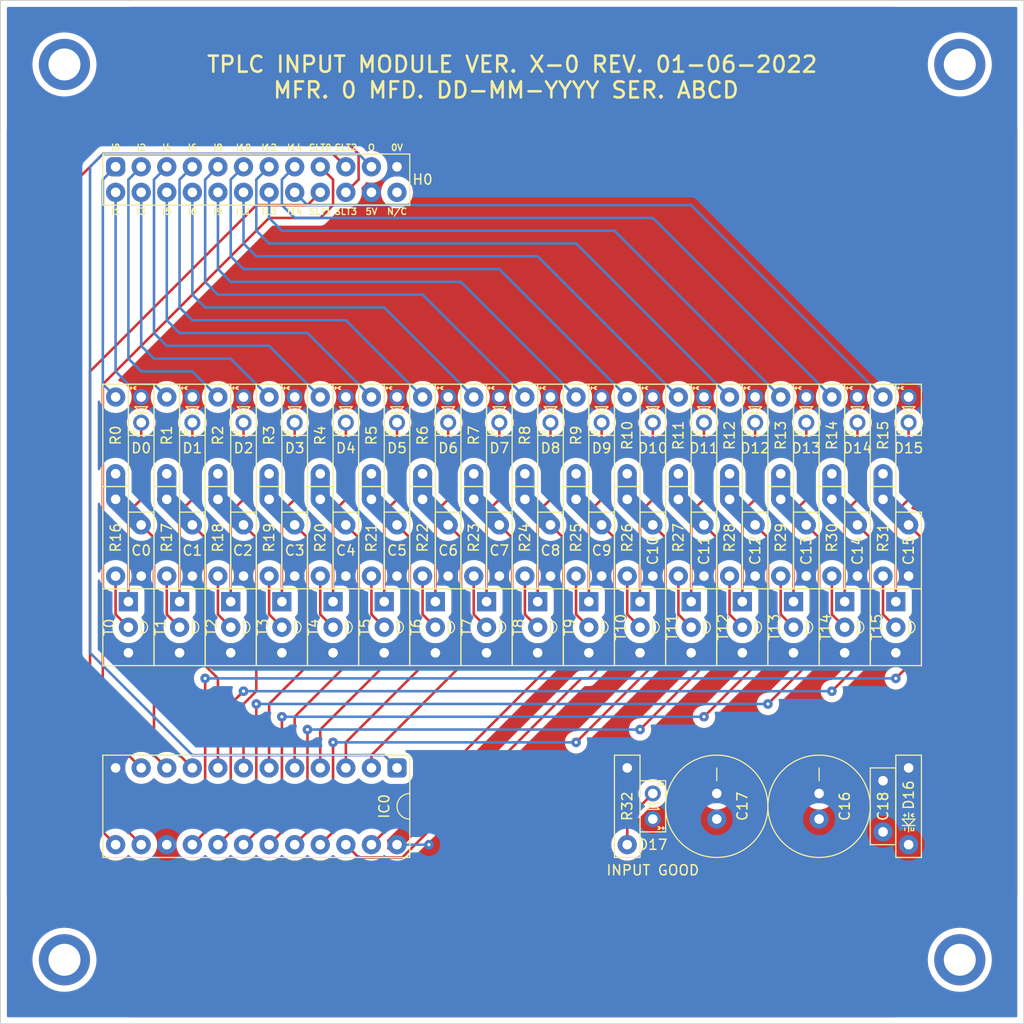
<source format=kicad_pcb>
(kicad_pcb (version 20211014) (generator pcbnew)
  (layers (0 "F.Cu" signal) (31 "B.Cu" signal) (34 "B.Paste" user) (35 "F.Paste" user) (36 "B.SilkS" user "B.Silkscreen") (37 "F.SilkS" user "F.Silkscreen") (38 "B.Mask" user) (39 "F.Mask" user) (44 "Edge.Cuts" user))
  (net 0 "")
  (net 1 "Y0")
  (net 2 "0V")
  (net 3 "Y1")
  (net 4 "Y2")
  (net 5 "Y3")
  (net 6 "Y4")
  (net 7 "Y5")
  (net 8 "Y6")
  (net 9 "Y7")
  (net 10 "Y8")
  (net 11 "Y9")
  (net 12 "Y10")
  (net 13 "Y11")
  (net 14 "Y12")
  (net 15 "Y13")
  (net 16 "Y14")
  (net 17 "Y15")
  (net 18 "5V")
  (net 19 "Net-(D0-Pad1)")
  (net 20 "Net-(D1-Pad1)")
  (net 21 "Net-(D2-Pad1)")
  (net 22 "Net-(D3-Pad1)")
  (net 23 "Net-(D4-Pad1)")
  (net 24 "Net-(D5-Pad1)")
  (net 25 "Net-(D6-Pad1)")
  (net 26 "Net-(D7-Pad1)")
  (net 27 "Net-(D8-Pad1)")
  (net 28 "Net-(D9-Pad1)")
  (net 29 "Net-(D10-Pad1)")
  (net 30 "Net-(D11-Pad1)")
  (net 31 "Net-(D12-Pad1)")
  (net 32 "Net-(D13-Pad1)")
  (net 33 "Net-(D14-Pad1)")
  (net 34 "Net-(D15-Pad1)")
  (net 35 "Net-(D17-Pad1)")
  (net 36 "I0")
  (net 37 "I1")
  (net 38 "I2")
  (net 39 "I3")
  (net 40 "I4")
  (net 41 "I5")
  (net 42 "I6")
  (net 43 "I7")
  (net 44 "I8")
  (net 45 "I9")
  (net 46 "I10")
  (net 47 "I11")
  (net 48 "I12")
  (net 49 "I13")
  (net 50 "I14")
  (net 51 "I15")
  (net 52 "SLT0")
  (net 53 "SLT1")
  (net 54 "SLT2")
  (net 55 "SLT3")
  (net 56 "O")
  (net 58 "Net-(R16-Pad1)")
  (net 59 "Net-(R17-Pad1)")
  (net 60 "Net-(R18-Pad1)")
  (net 61 "Net-(R19-Pad1)")
  (net 62 "Net-(R20-Pad1)")
  (net 63 "Net-(R21-Pad1)")
  (net 64 "Net-(R22-Pad1)")
  (net 65 "Net-(R23-Pad1)")
  (net 66 "Net-(R24-Pad1)")
  (net 67 "Net-(R25-Pad1)")
  (net 68 "Net-(R26-Pad1)")
  (net 69 "Net-(R27-Pad1)")
  (net 70 "Net-(R28-Pad1)")
  (net 71 "Net-(R29-Pad1)")
  (net 72 "Net-(R30-Pad1)")
  (net 73 "Net-(R31-Pad1)")
  (footprint "MW:R_L.4in_W.1in_P.3in" (layer "F.Cu") (at 57.15 95.25 90)
    (fp_text reference "R20")
    (fp_text value "4.3MO")
  )
  (footprint "MW:C_L.3in_W.1in_P.2in" (layer "F.Cu") (at 59.69 90.17 -90)
    (fp_text reference "C4")
    (fp_text value "100nF")
  )
  (footprint "MW:D_L.4in_W.1in_P.3in" (layer "F.Cu") (at 115.57 121.92 90)
    (fp_text reference "D16")
    (fp_text value "1N4007")
  )
  (footprint "MW:R_L.4in_W.1in_P.3in" (layer "F.Cu") (at 62.23 77.47 -90)
    (fp_text reference "R5")
    (fp_text value "1KO")
  )
  (footprint "MW:R_L.4in_W.1in_P.3in" (layer "F.Cu") (at 87.63 121.92 90)
    (fp_text reference "R32")
    (fp_text value "4.7KO")
  )
  (footprint "MW:LED_L.2in_W.1in_P.1in" (layer "F.Cu") (at 90.17 116.84 -90)
    (fp_text reference "D17")
    (fp_text value "LED")
  )
  (footprint "MW:R_L.4in_W.1in_P.3in" (layer "F.Cu") (at 82.55 77.47 -90)
    (fp_text reference "R9")
    (fp_text value "1KO")
  )
  (footprint "MW:LED_L.2in_W.1in_P.1in" (layer "F.Cu") (at 59.69 80.01 90)
    (fp_text reference "D4")
    (fp_text value "LED")
  )
  (footprint "MW:LED_L.2in_W.1in_P.1in" (layer "F.Cu") (at 115.57 80.01 90)
    (fp_text reference "D15")
    (fp_text value "LED")
  )
  (footprint "MW:R_L.4in_W.1in_P.3in" (layer "F.Cu") (at 41.91 77.47 -90)
    (fp_text reference "R1")
    (fp_text value "1KO")
  )
  (footprint "MW:R_L.4in_W.1in_P.3in" (layer "F.Cu") (at 77.47 95.25 90)
    (fp_text reference "R24")
    (fp_text value "4.3MO")
  )
  (footprint "MW:TO-92L_Inline_Wide" (layer "F.Cu") (at 78.74 97.79 -90)
    (fp_text reference "T8")
    (fp_text value "BC517")
  )
  (footprint "MW:LED_L.2in_W.1in_P.1in" (layer "F.Cu") (at 90.17 80.01 90)
    (fp_text reference "D10")
    (fp_text value "LED")
  )
  (footprint "MW:C_L.3in_W.1in_P.2in" (layer "F.Cu") (at 49.53 90.17 -90)
    (fp_text reference "C2")
    (fp_text value "100nF")
  )
  (footprint "MW:R_L.4in_W.1in_P.3in" (layer "F.Cu") (at 82.55 95.25 90)
    (fp_text reference "R25")
    (fp_text value "4.3MO")
  )
  (footprint "MW:C_L.3in_W.1in_P.2in" (layer "F.Cu") (at 64.77 90.17 -90)
    (fp_text reference "C5")
    (fp_text value "100nF")
  )
  (footprint "MW:C_L.3in_W.1in_P.2in" (layer "F.Cu") (at 95.25 90.17 -90)
    (fp_text reference "C11")
    (fp_text value "100nF")
  )
  (footprint "MW:C_L.3in_W.1in_P.2in" (layer "F.Cu") (at 105.41 90.17 -90)
    (fp_text reference "C13")
    (fp_text value "100nF")
  )
  (footprint "MW:R_L.4in_W.1in_P.3in" (layer "F.Cu") (at 52.07 77.47 -90)
    (fp_text reference "R3")
    (fp_text value "1KO")
  )
  (footprint "MW:TO-92L_Inline_Wide" (layer "F.Cu") (at 38.1 97.79 -90)
    (fp_text reference "T0")
    (fp_text value "BC517")
  )
  (footprint "MW:R_L.4in_W.1in_P.3in" (layer "F.Cu") (at 113.03 77.47 -90)
    (fp_text reference "R15")
    (fp_text value "1KO")
  )
  (footprint "MW:LED_L.2in_W.1in_P.1in" (layer "F.Cu") (at 69.85 80.01 90)
    (fp_text reference "D6")
    (fp_text value "LED")
  )
  (footprint "MW:R_L.4in_W.1in_P.3in" (layer "F.Cu") (at 62.23 95.25 90)
    (fp_text reference "R21")
    (fp_text value "4.3MO")
  )
  (footprint "MW:R_L.4in_W.1in_P.3in" (layer "F.Cu") (at 57.15 77.47 -90)
    (fp_text reference "R4")
    (fp_text value "1KO")
  )
  (footprint "MW:TO-92L_Inline_Wide" (layer "F.Cu") (at 68.58 97.79 -90)
    (fp_text reference "T6")
    (fp_text value "BC517")
  )
  (footprint "MW:TO-92L_Inline_Wide" (layer "F.Cu") (at 99.06 97.79 -90)
    (fp_text reference "T12")
    (fp_text value "BC517")
  )
  (footprint "MW:LED_L.2in_W.1in_P.1in" (layer "F.Cu") (at 64.77 80.01 90)
    (fp_text reference "D5")
    (fp_text value "LED")
  )
  (footprint "MW:TO-92L_Inline_Wide" (layer "F.Cu") (at 43.18 97.79 -90)
    (fp_text reference "T1")
    (fp_text value "BC517")
  )
  (footprint "MW:R_L.4in_W.1in_P.3in" (layer "F.Cu") (at 67.31 95.25 90)
    (fp_text reference "R22")
    (fp_text value "4.3MO")
  )
  (footprint "MW:C_L.3in_W.1in_P.2in" (layer "F.Cu") (at 69.85 90.17 -90)
    (fp_text reference "C6")
    (fp_text value "100nF")
  )
  (footprint "MW:TO-92L_Inline_Wide" (layer "F.Cu") (at 88.9 97.79 -90)
    (fp_text reference "T10")
    (fp_text value "BC517")
  )
  (footprint "MW:R_L.4in_W.1in_P.3in" (layer "F.Cu") (at 46.99 95.25 90)
    (fp_text reference "R18")
    (fp_text value "4.3MO")
  )
  (footprint "MW:LED_L.2in_W.1in_P.1in" (layer "F.Cu") (at 54.61 80.01 90)
    (fp_text reference "D3")
    (fp_text value "LED")
  )
  (footprint "MW:C_L.3in_W.1in_P.2in" (layer "F.Cu") (at 113.03 120.65 90)
    (fp_text reference "C18")
    (fp_text value "1uF")
  )
  (footprint "MW:TO-92L_Inline_Wide" (layer "F.Cu") (at 63.5 97.79 -90)
    (fp_text reference "T5")
    (fp_text value "BC517")
  )
  (footprint "MW:R_L.4in_W.1in_P.3in" (layer "F.Cu") (at 36.83 77.47 -90)
    (fp_text reference "R0")
    (fp_text value "1KO")
  )
  (footprint "MW:C_Radial_D.4in_P.1in" (layer "F.Cu") (at 106.68 119.38 90)
    (fp_text reference "C16")
    (fp_text value "470uF")
  )
  (footprint "MW:R_L.4in_W.1in_P.3in" (layer "F.Cu") (at 113.03 95.25 90)
    (fp_text reference "R31")
    (fp_text value "4.3MO")
  )
  (footprint "MW:R_L.4in_W.1in_P.3in" (layer "F.Cu") (at 107.95 77.47 -90)
    (fp_text reference "R14")
    (fp_text value "1KO")
  )
  (footprint "MW:LED_L.2in_W.1in_P.1in" (layer "F.Cu") (at 44.45 80.01 90)
    (fp_text reference "D1")
    (fp_text value "LED")
  )
  (footprint "MW:LED_L.2in_W.1in_P.1in" (layer "F.Cu") (at 74.93 80.01 90)
    (fp_text reference "D7")
    (fp_text value "LED")
  )
  (footprint "MW:R_L.4in_W.1in_P.3in" (layer "F.Cu") (at 102.87 95.25 90)
    (fp_text reference "R29")
    (fp_text value "4.3MO")
  )
  (footprint "MW:TO-92L_Inline_Wide" (layer "F.Cu") (at 58.42 97.79 -90)
    (fp_text reference "T4")
    (fp_text value "BC517")
  )
  (footprint "MW:TO-92L_Inline_Wide" (layer "F.Cu") (at 73.66 97.79 -90)
    (fp_text reference "T7")
    (fp_text value "BC517")
  )
  (footprint "MW:H_2x12_P.1in" (layer "F.Cu") (at 36.83 57.15 90)
    (fp_text reference "H0")
    (fp_text value ".1\" 2x12 PIN HEADER")
  )
  (footprint "MW:R_L.4in_W.1in_P.3in" (layer "F.Cu") (at 107.95 95.25 90)
    (fp_text reference "R30")
    (fp_text value "4.3MO")
  )
  (footprint "MW:C_L.3in_W.1in_P.2in" (layer "F.Cu") (at 115.57 90.17 -90)
    (fp_text reference "C15")
    (fp_text value "100nF")
  )
  (footprint "MW:R_L.4in_W.1in_P.3in" (layer "F.Cu") (at 41.91 95.25 90)
    (fp_text reference "R17")
    (fp_text value "4.3MO")
  )
  (footprint "MW:C_L.3in_W.1in_P.2in" (layer "F.Cu") (at 100.33 90.17 -90)
    (fp_text reference "C12")
    (fp_text value "100nF")
  )
  (footprint "MW:R_L.4in_W.1in_P.3in" (layer "F.Cu") (at 46.99 77.47 -90)
    (fp_text reference "R2")
    (fp_text value "1KO")
  )
  (footprint "MW:TO-92L_Inline_Wide" (layer "F.Cu") (at 104.14 97.79 -90)
    (fp_text reference "T13")
    (fp_text value "BC517")
  )
  (footprint "MW:LED_L.2in_W.1in_P.1in" (layer "F.Cu") (at 100.33 80.01 90)
    (fp_text reference "D12")
    (fp_text value "LED")
  )
  (footprint "MW:LED_L.2in_W.1in_P.1in" (layer "F.Cu") (at 105.41 80.01 90)
    (fp_text reference "D13")
    (fp_text value "LED")
  )
  (footprint "MW:TO-92L_Inline_Wide" (layer "F.Cu") (at 83.82 97.79 -90)
    (fp_text reference "T9")
    (fp_text value "BC517")
  )
  (footprint "MW:R_L.4in_W.1in_P.3in" (layer "F.Cu") (at 87.63 95.25 90)
    (fp_text reference "R26")
    (fp_text value "4.3MO")
  )
  (footprint "MW:TO-92L_Inline_Wide" (layer "F.Cu") (at 48.26 97.79 -90)
    (fp_text reference "T2")
    (fp_text value "BC517")
  )
  (footprint "MW:R_L.4in_W.1in_P.3in" (layer "F.Cu") (at 72.39 95.25 90)
    (fp_text reference "R23")
    (fp_text value "4.3MO")
  )
  (footprint "MW:TO-92L_Inline_Wide" (layer "F.Cu") (at 93.98 97.79 -90)
    (fp_text reference "T11")
    (fp_text value "BC517")
  )
  (footprint "MW:R_L.4in_W.1in_P.3in" (layer "F.Cu") (at 36.83 95.25 90)
    (fp_text reference "R16")
    (fp_text value "4.3MO")
  )
  (footprint "MW:C_L.3in_W.1in_P.2in" (layer "F.Cu") (at 110.49 90.17 -90)
    (fp_text reference "C14")
    (fp_text value "100nF")
  )
  (footprint "MW:LED_L.2in_W.1in_P.1in" (layer "F.Cu") (at 80.01 80.01 90)
    (fp_text reference "D8")
    (fp_text value "LED")
  )
  (footprint "MW:TO-92L_Inline_Wide" (layer "F.Cu") (at 53.34 97.79 -90)
    (fp_text reference "T3")
    (fp_text value "BC517")
  )
  (footprint "MW:LED_L.2in_W.1in_P.1in" (layer "F.Cu") (at 49.53 80.01 90)
    (fp_text reference "D2")
    (fp_text value "LED")
  )
  (footprint "MW:TO-92L_Inline_Wide" (layer "F.Cu") (at 114.3 97.79 -90)
    (fp_text reference "T15")
    (fp_text value "BC517")
  )
  (footprint "MW:C_Radial_D.4in_P.1in" (layer "F.Cu") (at 96.52 119.38 90)
    (fp_text reference "C17")
    (fp_text value "470uF")
  )
  (footprint "MW:TO-92L_Inline_Wide" (layer "F.Cu") (at 109.22 97.79 -90)
    (fp_text reference "T14")
    (fp_text value "BC517")
  )
  (footprint "MW:R_L.4in_W.1in_P.3in" (layer "F.Cu") (at 77.47 77.47 -90)
    (fp_text reference "R8")
    (fp_text value "1KO")
  )
  (footprint "MW:R_L.4in_W.1in_P.3in" (layer "F.Cu") (at 67.31 77.47 -90)
    (fp_text reference "R6")
    (fp_text value "1KO")
  )
  (footprint "MW:R_L.4in_W.1in_P.3in" (layer "F.Cu") (at 92.71 95.25 90)
    (fp_text reference "R27")
    (fp_text value "4.3MO")
  )
  (footprint "MW:R_L.4in_W.1in_P.3in" (layer "F.Cu") (at 97.79 77.47 -90)
    (fp_text reference "R12")
    (fp_text value "1KO")
  )
  (footprint "MW:C_L.3in_W.1in_P.2in" (layer "F.Cu") (at 74.93 90.17 -90)
    (fp_text reference "C7")
    (fp_text value "100nF")
  )
  (footprint "MW:C_L.3in_W.1in_P.2in" (layer "F.Cu") (at 39.37 90.17 -90)
    (fp_text reference "C0")
    (fp_text value "100nF")
  )
  (footprint "MW:C_L.3in_W.1in_P.2in" (layer "F.Cu") (at 44.45 90.17 -90)
    (fp_text reference "C1")
    (fp_text value "100nF")
  )
  (footprint "MW:C_L.3in_W.1in_P.2in" (layer "F.Cu") (at 90.17 90.17 -90)
    (fp_text reference "C10")
    (fp_text value "100nF")
  )
  (footprint "MW:DIP-24_W7.62mm_Short" (layer "F.Cu") (at 64.77 114.3 -90)
    (fp_text reference "IC0")
    (fp_text value "74HC4067")
  )
  (footprint "MW:C_L.3in_W.1in_P.2in" (layer "F.Cu") (at 80.01 90.17 -90)
    (fp_text reference "C8")
    (fp_text value "100nF")
  )
  (footprint "MW:R_L.4in_W.1in_P.3in" (layer "F.Cu") (at 52.07 95.25 90)
    (fp_text reference "R19")
    (fp_text value "4.3MO")
  )
  (footprint "MW:LED_L.2in_W.1in_P.1in" (layer "F.Cu") (at 110.49 80.01 90)
    (fp_text reference "D14")
    (fp_text value "LED")
  )
  (footprint "MW:R_L.4in_W.1in_P.3in" (layer "F.Cu") (at 102.87 77.47 -90)
    (fp_text reference "R13")
    (fp_text value "1KO")
  )
  (footprint "MW:C_L.3in_W.1in_P.2in" (layer "F.Cu") (at 54.61 90.17 -90)
    (fp_text reference "C3")
    (fp_text value "100nF")
  )
  (footprint "MW:R_L.4in_W.1in_P.3in" (layer "F.Cu") (at 97.79 95.25 90)
    (fp_text reference "R28")
    (fp_text value "4.3MO")
  )
  (footprint "MW:LED_L.2in_W.1in_P.1in" (layer "F.Cu") (at 85.09 80.01 90)
    (fp_text reference "D9")
    (fp_text value "LED")
  )
  (footprint "MW:C_L.3in_W.1in_P.2in" (layer "F.Cu") (at 85.09 90.17 -90)
    (fp_text reference "C9")
    (fp_text value "100nF")
  )
  (footprint "MW:R_L.4in_W.1in_P.3in" (layer "F.Cu") (at 92.71 77.47 -90)
    (fp_text reference "R11")
    (fp_text value "1KO")
  )
  (footprint "MW:LED_L.2in_W.1in_P.1in" (layer "F.Cu") (at 39.37 80.01 90)
    (fp_text reference "D0")
    (fp_text value "LED")
  )
  (footprint "MW:R_L.4in_W.1in_P.3in" (layer "F.Cu") (at 87.63 77.47 -90)
    (fp_text reference "R10")
    (fp_text value "1KO")
  )
  (footprint "MW:R_L.4in_W.1in_P.3in" (layer "F.Cu") (at 72.39 77.47 -90)
    (fp_text reference "R7")
    (fp_text value "1KO")
  )
  (footprint "MW:LED_L.2in_W.1in_P.1in" (layer "F.Cu") (at 95.25 80.01 90)
    (fp_text reference "D11")
    (fp_text value "LED")
  )
  (gr_line (start 127 139.7) (end 25.4 139.7) (layer "Edge.Cuts") (width 0.1))
  (gr_line (start 25.4 38.1) (end 127 38.1) (layer "Edge.Cuts") (width 0.1))
  (gr_line (start 25.4 139.7) (end 25.4 38.1) (layer "Edge.Cuts") (width 0.1))
  (gr_line (start 127 139.7) (end 127 38.1) (layer "Edge.Cuts") (width 0.1))
  (gr_text "I8" (at 46.99 52.705) (layer "F.SilkS") (effects (font (size 0.635 0.635) (thickness 0.127))))
  (gr_text "0V" (at 64.77 52.705) (layer "F.SilkS") (effects (font (size 0.635 0.635) (thickness 0.127))))
  (gr_text "INPUT GOOD" (at 90.17 124.46) (layer "F.SilkS") (effects (font (size 1 1))))
  (gr_text "5V" (at 62.23 59.055) (layer "F.SilkS") (effects (font (size 0.635 0.635) (thickness 0.127))))
  (gr_text "I12" (at 52.07 52.705) (layer "F.SilkS") (effects (font (size 0.635 0.635) (thickness 0.127))))
  (gr_text "SLT1" (at 57.15 59.055) (layer "F.SilkS") (effects (font (size 0.635 0.635) (thickness 0.127))))
  (gr_text "N/C" (at 64.77 59.055) (layer "F.SilkS") (effects (font (size 0.635 0.635) (thickness 0.127))))
  (gr_text "I6" (at 44.45 59.055) (layer "F.SilkS") (effects (font (size 0.635 0.635) (thickness 0.127))))
  (gr_text "I10" (at 49.53 52.705) (layer "F.SilkS") (effects (font (size 0.635 0.635) (thickness 0.127))))
  (gr_text "I0" (at 36.83 52.705) (layer "F.SilkS") (effects (font (size 0.635 0.635) (thickness 0.127))))
  (gr_text "SLT2" (at 59.69 52.705) (layer "F.SilkS") (effects (font (size 0.635 0.635) (thickness 0.127))))
  (gr_text "I6" (at 44.45 52.705) (layer "F.SilkS") (effects (font (size 0.635 0.635) (thickness 0.127))))
  (gr_text "TPLC INPUT MODULE VER. X-0 REV. 01-06-2022\nMFR. 0 MFD. DD-MM-YYYY SER. ABCD " (at 76.2 45.72) (layer "F.SilkS") (effects (font (size 1.5875 1.5875) (thickness 0.254))))
  (gr_text "O" (at 62.23 52.705) (layer "F.SilkS") (effects (font (size 0.635 0.635) (thickness 0.127))))
  (gr_text "I13" (at 52.07 59.055) (layer "F.SilkS") (effects (font (size 0.635 0.635) (thickness 0.127))))
  (gr_text "I14" (at 54.61 59.055) (layer "F.SilkS") (effects (font (size 0.635 0.635) (thickness 0.127))))
  (gr_text "I14" (at 54.61 52.705) (layer "F.SilkS") (effects (font (size 0.635 0.635) (thickness 0.127))))
  (gr_text "I2" (at 39.37 52.705) (layer "F.SilkS") (effects (font (size 0.635 0.635) (thickness 0.127))))
  (gr_text "I1" (at 36.83 59.055) (layer "F.SilkS") (effects (font (size 0.635 0.635) (thickness 0.127))))
  (gr_text "I4" (at 41.91 52.705) (layer "F.SilkS") (effects (font (size 0.635 0.635) (thickness 0.127))))
  (gr_text "SLT3" (at 59.69 59.055) (layer "F.SilkS") (effects (font (size 0.635 0.635) (thickness 0.127))))
  (gr_text "I9" (at 46.99 59.055) (layer "F.SilkS") (effects (font (size 0.635 0.635) (thickness 0.127))))
  (gr_text "I11" (at 49.53 59.055) (layer "F.SilkS") (effects (font (size 0.635 0.635) (thickness 0.127))))
  (gr_text "SLT0" (at 57.15 52.705) (layer "F.SilkS") (effects (font (size 0.635 0.635) (thickness 0.127))))
  (gr_text "I5" (at 41.91 59.055) (layer "F.SilkS") (effects (font (size 0.635 0.635) (thickness 0.127))))
  (gr_text "I3" (at 39.37 59.055) (layer "F.SilkS") (effects (font (size 0.635 0.635) (thickness 0.127))))
  (via (at 120.65 44.45) (size 5.08) (drill 3.175) (layers "F.Cu" "B.Cu") (net 0))
  (via (at 31.75 44.45) (size 5.08) (drill 3.175) (layers "F.Cu" "B.Cu") (net 0))
  (via (at 31.75 133.35) (size 5.08) (drill 3.175) (layers "F.Cu" "B.Cu") (net 0))
  (via (at 120.65 133.35) (size 5.08) (drill 3.175) (layers "F.Cu" "B.Cu") (net 0))
  (segment (start 40.64 110.49) (end 44.45 114.3) (width 0.254) (layer "F.Cu") (net 1))
  (segment (start 39.37 90.17) (end 40.64 91.44) (width 0.254) (layer "F.Cu") (net 1))
  (segment (start 40.64 91.44) (end 40.64 110.49) (width 0.254) (layer "F.Cu") (net 1))
  (segment (start 36.83 85.09) (end 36.83 87.63) (width 1.905) (layer "B.Cu") (net 1))
  (segment (start 36.83 87.63) (end 39.37 90.17) (width 1.905) (layer "B.Cu") (net 1))
  (segment (start 46.99 114.3) (end 46.99 105.41) (width 0.254) (layer "F.Cu") (net 3))
  (segment (start 45.72 104.14) (end 45.72 91.44) (width 0.254) (layer "F.Cu") (net 3))
  (segment (start 44.45 90.17) (end 45.72 91.44) (width 0.254) (layer "F.Cu") (net 3))
  (segment (start 46.99 105.41) (end 45.72 104.14) (width 0.254) (layer "F.Cu") (net 3))
  (segment (start 41.91 87.63) (end 44.45 90.17) (width 1.905) (layer "B.Cu") (net 3))
  (segment (start 41.91 85.09) (end 41.91 87.63) (width 1.905) (layer "B.Cu") (net 3))
  (segment (start 49.53 90.17) (end 50.8 91.44) (width 0.254) (layer "F.Cu") (net 4))
  (segment (start 50.8 91.44) (end 50.8 106.68) (width 0.254) (layer "F.Cu") (net 4))
  (segment (start 49.53 107.95) (end 49.53 114.3) (width 0.254) (layer "F.Cu") (net 4))
  (segment (start 50.8 106.68) (end 49.53 107.95) (width 0.254) (layer "F.Cu") (net 4))
  (segment (start 46.99 85.09) (end 46.99 87.63) (width 1.905) (layer "B.Cu") (net 4))
  (segment (start 46.99 87.63) (end 49.53 90.17) (width 1.905) (layer "B.Cu") (net 4))
  (segment (start 55.88 104.14) (end 55.88 91.44) (width 0.254) (layer "F.Cu") (net 5))
  (segment (start 52.07 107.95) (end 55.88 104.14) (width 0.254) (layer "F.Cu") (net 5))
  (segment (start 54.61 90.17) (end 55.88 91.44) (width 0.254) (layer "F.Cu") (net 5))
  (segment (start 52.07 114.3) (end 52.07 107.95) (width 0.254) (layer "F.Cu") (net 5))
  (segment (start 52.07 87.63) (end 54.61 90.17) (width 1.905) (layer "B.Cu") (net 5))
  (segment (start 52.07 85.09) (end 52.07 87.63) (width 1.905) (layer "B.Cu") (net 5))
  (segment (start 54.61 109.22) (end 60.96 102.87) (width 0.254) (layer "F.Cu") (net 6))
  (segment (start 54.61 114.3) (end 54.61 109.22) (width 0.254) (layer "F.Cu") (net 6))
  (segment (start 59.69 90.17) (end 60.96 91.44) (width 0.254) (layer "F.Cu") (net 6))
  (segment (start 60.96 102.87) (end 60.96 91.44) (width 0.254) (layer "F.Cu") (net 6))
  (segment (start 57.15 87.63) (end 59.69 90.17) (width 1.905) (layer "B.Cu") (net 6))
  (segment (start 57.15 85.09) (end 57.15 87.63) (width 1.905) (layer "B.Cu") (net 6))
  (segment (start 63.5 104.14) (end 64.77 104.14) (width 0.254) (layer "F.Cu") (net 7))
  (segment (start 57.15 114.3) (end 57.15 110.49) (width 0.254) (layer "F.Cu") (net 7))
  (segment (start 64.77 104.14) (end 66.04 102.87) (width 0.254) (layer "F.Cu") (net 7))
  (segment (start 57.15 110.49) (end 63.5 104.14) (width 0.254) (layer "F.Cu") (net 7))
  (segment (start 66.04 102.87) (end 66.04 91.44) (width 0.254) (layer "F.Cu") (net 7))
  (segment (start 64.77 90.17) (end 66.04 91.44) (width 0.254) (layer "F.Cu") (net 7))
  (segment (start 62.23 87.63) (end 64.77 90.17) (width 1.905) (layer "B.Cu") (net 7))
  (segment (start 62.23 85.09) (end 62.23 87.63) (width 1.905) (layer "B.Cu") (net 7))
  (segment (start 59.69 111.76) (end 67.31 104.14) (width 0.254) (layer "F.Cu") (net 8))
  (segment (start 59.69 114.3) (end 59.69 111.76) (width 0.254) (layer "F.Cu") (net 8))
  (segment (start 67.31 104.14) (end 69.85 104.14) (width 0.254) (layer "F.Cu") (net 8))
  (segment (start 69.85 104.14) (end 71.12 102.87) (width 0.254) (layer "F.Cu") (net 8))
  (segment (start 71.12 102.87) (end 71.12 91.44) (width 0.254) (layer "F.Cu") (net 8))
  (segment (start 69.85 90.17) (end 71.12 91.44) (width 0.254) (layer "F.Cu") (net 8))
  (segment (start 67.31 85.09) (end 67.31 87.63) (width 1.905) (layer "B.Cu") (net 8))
  (segment (start 67.31 87.63) (end 69.85 90.17) (width 1.905) (layer "B.Cu") (net 8))
  (segment (start 74.93 90.17) (end 76.2 91.44) (width 0.254) (layer "F.Cu") (net 9))
  (segment (start 71.12 104.14) (end 62.23 113.03) (width 0.254) (layer "F.Cu") (net 9))
  (segment (start 62.23 113.03) (end 62.23 114.3) (width 0.254) (layer "F.Cu") (net 9))
  (segment (start 74.93 104.14) (end 71.12 104.14) (width 0.254) (layer "F.Cu") (net 9))
  (segment (start 76.2 102.87) (end 74.93 104.14) (width 0.254) (layer "F.Cu") (net 9))
  (segment (start 76.2 91.44) (end 76.2 102.87) (width 0.254) (layer "F.Cu") (net 9))
  (segment (start 72.39 87.63) (end 74.93 90.17) (width 1.905) (layer "B.Cu") (net 9))
  (segment (start 72.39 85.09) (end 72.39 87.63) (width 1.905) (layer "B.Cu") (net 9))
  (segment (start 81.28 102.87) (end 81.28 91.44) (width 0.254) (layer "F.Cu") (net 10))
  (segment (start 62.23 121.92) (end 81.28 102.87) (width 0.254) (layer "F.Cu") (net 10))
  (segment (start 80.01 90.17) (end 81.28 91.44) (width 0.254) (layer "F.Cu") (net 10))
  (segment (start 77.47 87.63) (end 80.01 90.17) (width 1.905) (layer "B.Cu") (net 10))
  (segment (start 77.47 85.09) (end 77.47 87.63) (width 1.905) (layer "B.Cu") (net 10))
  (segment (start 60.96 123.19) (end 65.295361 123.19) (width 0.254) (layer "F.Cu") (net 11))
  (segment (start 83.075361 105.41) (end 83.82 105.41) (width 0.254) (layer "F.Cu") (net 11))
  (segment (start 65.295361 123.19) (end 83.075361 105.41) (width 0.254) (layer "F.Cu") (net 11))
  (segment (start 86.36 102.87) (end 86.36 91.44) (width 0.254) (layer "F.Cu") (net 11))
  (segment (start 83.82 105.41) (end 86.36 102.87) (width 0.254) (layer "F.Cu") (net 11))
  (segment (start 59.69 121.92) (end 60.96 123.19) (width 0.254) (layer "F.Cu") (net 11))
  (segment (start 85.09 90.17) (end 86.36 91.44) (width 0.254) (layer "F.Cu") (net 11))
  (segment (start 82.55 85.09) (end 82.55 87.63) (width 1.905) (layer "B.Cu") (net 11))
  (segment (start 82.55 87.63) (end 85.09 90.17) (width 1.905) (layer "B.Cu") (net 11))
  (segment (start 91.44 91.44) (end 91.44 102.87) (width 0.254) (layer "F.Cu") (net 12))
  (segment (start 58.42 120.65) (end 58.42 111.76) (width 0.254) (layer "F.Cu") (net 12))
  (segment (start 90.17 90.17) (end 91.44 91.44) (width 0.254) (layer "F.Cu") (net 12))
  (segment (start 57.15 121.92) (end 58.42 120.65) (width 0.254) (layer "F.Cu") (net 12))
  (segment (start 91.44 102.87) (end 82.55 111.76) (width 0.254) (layer "F.Cu") (net 12))
  (via (at 82.55 111.76) (size 0.9525) (drill 0.3175) (layers "F.Cu" "B.Cu") (net 12))
  (via (at 58.42 111.76) (size 0.9525) (drill 0.3175) (layers "F.Cu" "B.Cu") (net 12))
  (segment (start 87.63 87.63) (end 90.17 90.17) (width 1.905) (layer "B.Cu") (net 12))
  (segment (start 58.42 111.76) (end 82.55 111.76) (width 0.254) (layer "B.Cu") (net 12))
  (segment (start 87.63 85.09) (end 87.63 87.63) (width 1.905) (layer "B.Cu") (net 12))
  (segment (start 96.52 91.44) (end 96.52 102.87) (width 0.254) (layer "F.Cu") (net 13))
  (segment (start 54.61 121.92) (end 55.88 120.65) (width 0.254) (layer "F.Cu") (net 13))
  (segment (start 55.88 120.65) (end 55.88 110.49) (width 0.254) (layer "F.Cu") (net 13))
  (segment (start 95.25 90.17) (end 96.52 91.44) (width 0.254) (layer "F.Cu") (net 13))
  (segment (start 96.52 102.87) (end 88.9 110.49) (width 0.254) (layer "F.Cu") (net 13))
  (via (at 55.88 110.49) (size 0.9525) (drill 0.3175) (layers "F.Cu" "B.Cu") (net 13))
  (via (at 88.9 110.49) (size 0.9525) (drill 0.3175) (layers "F.Cu" "B.Cu") (net 13))
  (segment (start 55.88 110.49) (end 88.9 110.49) (width 0.254) (layer "B.Cu") (net 13))
  (segment (start 92.71 85.09) (end 92.71 87.63) (width 1.905) (layer "B.Cu") (net 13))
  (segment (start 92.71 87.63) (end 95.25 90.17) (width 1.905) (layer "B.Cu") (net 13))
  (segment (start 101.6 91.44) (end 101.6 102.87) (width 0.254) (layer "F.Cu") (net 14))
  (segment (start 52.07 121.92) (end 53.34 120.65) (width 0.254) (layer "F.Cu") (net 14))
  (segment (start 53.34 120.65) (end 53.34 109.22) (width 0.254) (layer "F.Cu") (net 14))
  (segment (start 100.33 90.17) (end 101.6 91.44) (width 0.254) (layer "F.Cu") (net 14))
  (segment (start 101.6 102.87) (end 95.25 109.22) (width 0.254) (layer "F.Cu") (net 14))
  (via (at 95.25 109.22) (size 0.9525) (drill 0.3175) (layers "F.Cu" "B.Cu") (net 14))
  (via (at 53.34 109.22) (size 0.9525) (drill 0.3175) (layers "F.Cu" "B.Cu") (net 14))
  (segment (start 97.79 85.09) (end 97.79 87.63) (width 1.905) (layer "B.Cu") (net 14))
  (segment (start 53.34 109.22) (end 95.25 109.22) (width 0.254) (layer "B.Cu") (net 14))
  (segment (start 97.79 87.63) (end 100.33 90.17) (width 1.905) (layer "B.Cu") (net 14))
  (segment (start 50.8 120.65) (end 50.8 107.95) (width 0.254) (layer "F.Cu") (net 15))
  (segment (start 49.53 121.92) (end 50.8 120.65) (width 0.254) (layer "F.Cu") (net 15))
  (segment (start 106.68 91.44) (end 106.68 102.87) (width 0.254) (layer "F.Cu") (net 15))
  (segment (start 106.68 102.87) (end 101.6 107.95) (width 0.254) (layer "F.Cu") (net 15))
  (segment (start 105.41 90.17) (end 106.68 91.44) (width 0.254) (layer "F.Cu") (net 15))
  (via (at 50.8 107.95) (size 0.9525) (drill 0.3175) (layers "F.Cu" "B.Cu") (net 15))
  (via (at 101.6 107.95) (size 0.9525) (drill 0.3175) (layers "F.Cu" "B.Cu") (net 15))
  (segment (start 50.8 107.95) (end 101.6 107.95) (width 0.254) (layer "B.Cu") (net 15))
  (segment (start 102.87 85.09) (end 102.87 87.63) (width 1.905) (layer "B.Cu") (net 15))
  (segment (start 102.87 87.63) (end 105.41 90.17) (width 1.905) (layer "B.Cu") (net 15))
  (segment (start 49.53 106.68) (end 48.26 107.95) (width 0.254) (layer "F.Cu") (net 16))
  (segment (start 111.76 91.44) (end 111.76 102.87) (width 0.254) (layer "F.Cu") (net 16))
  (segment (start 111.76 102.87) (end 107.95 106.68) (width 0.254) (layer "F.Cu") (net 16))
  (segment (start 48.26 120.65) (end 46.99 121.92) (width 0.254) (layer "F.Cu") (net 16))
  (segment (start 110.49 90.17) (end 111.76 91.44) (width 0.254) (layer "F.Cu") (net 16))
  (segment (start 48.26 107.95) (end 48.26 120.65) (width 0.254) (layer "F.Cu") (net 16))
  (via (at 107.95 106.68) (size 0.9525) (drill 0.3175) (layers "F.Cu" "B.Cu") (net 16))
  (via (at 49.53 106.68) (size 0.9525) (drill 0.3175) (layers "F.Cu" "B.Cu") (net 16))
  (segment (start 49.53 106.68) (end 107.95 106.68) (width 0.254) (layer "B.Cu") (net 16))
  (segment (start 107.95 87.63) (end 110.49 90.17) (width 1.905) (layer "B.Cu") (net 16))
  (segment (start 107.95 85.09) (end 107.95 87.63) (width 1.905) (layer "B.Cu") (net 16))
  (segment (start 116.84 91.44) (end 116.84 102.87) (width 0.254) (layer "F.Cu") (net 17))
  (segment (start 45.72 120.65) (end 45.72 105.41) (width 0.254) (layer "F.Cu") (net 17))
  (segment (start 115.57 90.17) (end 116.84 91.44) (width 0.254) (layer "F.Cu") (net 17))
  (segment (start 116.84 102.87) (end 114.3 105.41) (width 0.254) (layer "F.Cu") (net 17))
  (segment (start 44.45 121.92) (end 45.72 120.65) (width 0.254) (layer "F.Cu") (net 17))
  (via (at 114.3 105.41) (size 0.9525) (drill 0.3175) (layers "F.Cu" "B.Cu") (net 17))
  (via (at 45.72 105.41) (size 0.9525) (drill 0.3175) (layers "F.Cu" "B.Cu") (net 17))
  (segment (start 113.03 85.09) (end 113.03 87.63) (width 1.905) (layer "B.Cu") (net 17))
  (segment (start 113.03 87.63) (end 115.57 90.17) (width 1.905) (layer "B.Cu") (net 17))
  (segment (start 45.72 105.41) (end 114.3 105.41) (width 0.254) (layer "B.Cu") (net 17))
  (via (at 67.945 121.92) (size 0.9525) (drill 0.3175) (layers "F.Cu" "B.Cu") (net 18))
  (segment (start 64.77 121.92) (end 67.945 121.92) (width 0.254) (layer "B.Cu") (net 18))
  (segment (start 39.37 80.01) (end 39.37 87.63) (width 0.254) (layer "F.Cu") (net 19))
  (segment (start 39.37 87.63) (end 38.1 88.9) (width 0.254) (layer "F.Cu") (net 19))
  (segment (start 38.1 88.9) (end 38.1 97.79) (width 0.254) (layer "F.Cu") (net 19))
  (segment (start 44.45 87.63) (end 43.18 88.9) (width 0.254) (layer "F.Cu") (net 20))
  (segment (start 43.18 88.9) (end 43.18 97.79) (width 0.254) (layer "F.Cu") (net 20))
  (segment (start 44.45 80.01) (end 44.45 87.63) (width 0.254) (layer "F.Cu") (net 20))
  (segment (start 49.53 87.63) (end 48.26 88.9) (width 0.254) (layer "F.Cu") (net 21))
  (segment (start 48.26 88.9) (end 48.26 97.79) (width 0.254) (layer "F.Cu") (net 21))
  (segment (start 49.53 80.01) (end 49.53 87.63) (width 0.254) (layer "F.Cu") (net 21))
  (segment (start 54.61 87.63) (end 53.34 88.9) (width 0.254) (layer "F.Cu") (net 22))
  (segment (start 53.34 88.9) (end 53.34 97.79) (width 0.254) (layer "F.Cu") (net 22))
  (segment (start 54.61 80.01) (end 54.61 87.63) (width 0.254) (layer "F.Cu") (net 22))
  (segment (start 58.42 88.9) (end 58.42 97.79) (width 0.254) (layer "F.Cu") (net 23))
  (segment (start 59.69 87.63) (end 58.42 88.9) (width 0.254) (layer "F.Cu") (net 23))
  (segment (start 59.69 80.01) (end 59.69 87.63) (width 0.254) (layer "F.Cu") (net 23))
  (segment (start 63.5 88.9) (end 63.5 97.79) (width 0.254) (layer "F.Cu") (net 24))
  (segment (start 64.77 87.63) (end 63.5 88.9) (width 0.254) (layer "F.Cu") (net 24))
  (segment (start 64.77 80.01) (end 64.77 87.63) (width 0.254) (layer "F.Cu") (net 24))
  (segment (start 69.85 87.63) (end 68.58 88.9) (width 0.254) (layer "F.Cu") (net 25))
  (segment (start 68.58 88.9) (end 68.58 97.79) (width 0.254) (layer "F.Cu") (net 25))
  (segment (start 69.85 80.01) (end 69.85 87.63) (width 0.254) (layer "F.Cu") (net 25))
  (segment (start 74.93 80.01) (end 74.93 87.63) (width 0.254) (layer "F.Cu") (net 26))
  (segment (start 74.93 87.63) (end 73.66 88.9) (width 0.254) (layer "F.Cu") (net 26))
  (segment (start 73.66 88.9) (end 73.66 97.79) (width 0.254) (layer "F.Cu") (net 26))
  (segment (start 80.01 80.01) (end 80.01 87.63) (width 0.254) (layer "F.Cu") (net 27))
  (segment (start 78.74 88.9) (end 78.74 97.79) (width 0.254) (layer "F.Cu") (net 27))
  (segment (start 80.01 87.63) (end 78.74 88.9) (width 0.254) (layer "F.Cu") (net 27))
  (segment (start 85.09 80.01) (end 85.09 87.63) (width 0.254) (layer "F.Cu") (net 28))
  (segment (start 83.82 88.9) (end 83.82 97.79) (width 0.254) (layer "F.Cu") (net 28))
  (segment (start 85.09 87.63) (end 83.82 88.9) (width 0.254) (layer "F.Cu") (net 28))
  (segment (start 88.9 88.9) (end 88.9 97.79) (width 0.254) (layer "F.Cu") (net 29))
  (segment (start 90.17 80.01) (end 90.17 87.63) (width 0.254) (layer "F.Cu") (net 29))
  (segment (start 90.17 87.63) (end 88.9 88.9) (width 0.254) (layer "F.Cu") (net 29))
  (segment (start 95.25 87.63) (end 93.98 88.9) (width 0.254) (layer "F.Cu") (net 30))
  (segment (start 95.25 80.01) (end 95.25 87.63) (width 0.254) (layer "F.Cu") (net 30))
  (segment (start 93.98 88.9) (end 93.98 97.79) (width 0.254) (layer "F.Cu") (net 30))
  (segment (start 100.33 80.01) (end 100.33 87.63) (width 0.254) (layer "F.Cu") (net 31))
  (segment (start 100.33 87.63) (end 99.06 88.9) (width 0.254) (layer "F.Cu") (net 31))
  (segment (start 99.06 88.9) (end 99.06 97.79) (width 0.254) (layer "F.Cu") (net 31))
  (segment (start 104.14 88.9) (end 104.14 97.79) (width 0.254) (layer "F.Cu") (net 32))
  (segment (start 105.41 80.01) (end 105.41 87.63) (width 0.254) (layer "F.Cu") (net 32))
  (segment (start 105.41 87.63) (end 104.14 88.9) (width 0.254) (layer "F.Cu") (net 32))
  (segment (start 109.22 88.9) (end 109.22 97.79) (width 0.254) (layer "F.Cu") (net 33))
  (segment (start 110.49 87.63) (end 109.22 88.9) (width 0.254) (layer "F.Cu") (net 33))
  (segment (start 110.49 80.01) (end 110.49 87.63) (width 0.254) (layer "F.Cu") (net 33))
  (segment (start 115.57 80.01) (end 115.57 87.63) (width 0.254) (layer "F.Cu") (net 34))
  (segment (start 115.57 87.63) (end 114.3 88.9) (width 0.254) (layer "F.Cu") (net 34))
  (segment (start 114.3 88.9) (end 114.3 97.79) (width 0.254) (layer "F.Cu") (net 34))
  (segment (start 87.63 119.38) (end 90.17 116.84) (width 0.254) (layer "F.Cu") (net 35))
  (segment (start 87.63 121.92) (end 87.63 119.38) (width 0.254) (layer "F.Cu") (net 35))
  (segment (start 36.83 54.61) (end 35.56 55.88) (width 0.254) (layer "B.Cu") (net 36))
  (segment (start 35.56 76.2) (end 36.83 77.47) (width 0.254) (layer "B.Cu") (net 36))
  (segment (start 35.56 55.88) (end 35.56 76.2) (width 0.254) (layer "B.Cu") (net 36))
  (segment (start 41.91 77.47) (end 40.64 76.2) (width 0.254) (layer "B.Cu") (net 37))
  (segment (start 38.1 76.2) (end 36.83 74.93) (width 0.254) (layer "B.Cu") (net 37))
  (segment (start 36.83 74.93) (end 36.83 57.15) (width 0.254) (layer "B.Cu") (net 37))
  (segment (start 40.64 76.2) (end 38.1 76.2) (width 0.254) (layer "B.Cu") (net 37))
  (segment (start 38.1 55.88) (end 38.1 73.66) (width 0.254) (layer "B.Cu") (net 38))
  (segment (start 39.37 54.61) (end 38.1 55.88) (width 0.254) (layer "B.Cu") (net 38))
  (segment (start 44.45 74.93) (end 39.37 74.93) (width 0.254) (layer "B.Cu") (net 38))
  (segment (start 39.37 74.93) (end 38.1 73.66) (width 0.254) (layer "B.Cu") (net 38))
  (segment (start 46.99 77.47) (end 44.45 74.93) (width 0.254) (layer "B.Cu") (net 38))
  (segment (start 40.64 73.66) (end 39.37 72.39) (width 0.254) (layer "B.Cu") (net 39))
  (segment (start 52.07 77.47) (end 48.26 73.66) (width 0.254) (layer "B.Cu") (net 39))
  (segment (start 48.26 73.66) (end 40.64 73.66) (width 0.254) (layer "B.Cu") (net 39))
  (segment (start 39.37 72.39) (end 39.37 57.15) (width 0.254) (layer "B.Cu") (net 39))
  (segment (start 52.07 72.39) (end 41.91 72.39) (width 0.254) (layer "B.Cu") (net 40))
  (segment (start 41.91 72.39) (end 40.64 71.12) (width 0.254) (layer "B.Cu") (net 40))
  (segment (start 41.91 54.61) (end 40.64 55.88) (width 0.254) (layer "B.Cu") (net 40))
  (segment (start 40.64 55.88) (end 40.64 71.12) (width 0.254) (layer "B.Cu") (net 40))
  (segment (start 57.15 77.47) (end 52.07 72.39) (width 0.254) (layer "B.Cu") (net 40))
  (segment (start 41.91 69.85) (end 41.91 57.15) (width 0.254) (layer "B.Cu") (net 41))
  (segment (start 43.18 71.12) (end 41.91 69.85) (width 0.254) (layer "B.Cu") (net 41))
  (segment (start 62.23 77.47) (end 55.88 71.12) (width 0.254) (layer "B.Cu") (net 41))
  (segment (start 55.88 71.12) (end 43.18 71.12) (width 0.254) (layer "B.Cu") (net 41))
  (segment (start 43.18 68.58) (end 43.18 55.88) (width 0.254) (layer "B.Cu") (net 42))
  (segment (start 43.18 55.88) (end 44.45 54.61) (width 0.254) (layer "B.Cu") (net 42))
  (segment (start 44.45 69.85) (end 43.18 68.58) (width 0.254) (layer "B.Cu") (net 42))
  (segment (start 67.31 77.47) (end 59.69 69.85) (width 0.254) (layer "B.Cu") (net 42))
  (segment (start 59.69 69.85) (end 44.45 69.85) (width 0.254) (layer "B.Cu") (net 42))
  (segment (start 45.72 68.58) (end 44.45 67.31) (width 0.254) (layer "B.Cu") (net 43))
  (segment (start 72.39 77.47) (end 63.5 68.58) (width 0.254) (layer "B.Cu") (net 43))
  (segment (start 63.5 68.58) (end 45.72 68.58) (width 0.254) (layer "B.Cu") (net 43))
  (segment (start 44.45 57.15) (end 44.45 67.31) (width 0.254) (layer "B.Cu") (net 43))
  (segment (start 45.72 55.88) (end 46.99 54.61) (width 0.254) (layer "B.Cu") (net 44))
  (segment (start 67.31 67.31) (end 46.99 67.31) (width 0.254) (layer "B.Cu") (net 44))
  (segment (start 46.99 67.31) (end 45.72 66.04) (width 0.254) (layer "B.Cu") (net 44))
  (segment (start 77.47 77.47) (end 67.31 67.31) (width 0.254) (layer "B.Cu") (net 44))
  (segment (start 45.72 66.04) (end 45.72 55.88) (width 0.254) (layer "B.Cu") (net 44))
  (segment (start 46.99 64.77) (end 46.99 57.15) (width 0.254) (layer "B.Cu") (net 45))
  (segment (start 71.12 66.04) (end 48.26 66.04) (width 0.254) (layer "B.Cu") (net 45))
  (segment (start 48.26 66.04) (end 46.99 64.77) (width 0.254) (layer "B.Cu") (net 45))
  (segment (start 82.55 77.47) (end 71.12 66.04) (width 0.254) (layer "B.Cu") (net 45))
  (segment (start 49.53 54.61) (end 48.26 55.88) (width 0.254) (layer "B.Cu") (net 46))
  (segment (start 87.63 77.47) (end 74.93 64.77) (width 0.254) (layer "B.Cu") (net 46))
  (segment (start 49.53 64.77) (end 48.26 63.5) (width 0.254) (layer "B.Cu") (net 46))
  (segment (start 48.26 55.88) (end 48.26 63.5) (width 0.254) (layer "B.Cu") (net 46))
  (segment (start 74.93 64.77) (end 49.53 64.77) (width 0.254) (layer "B.Cu") (net 46))
  (segment (start 78.74 63.5) (end 50.8 63.5) (width 0.254) (layer "B.Cu") (net 47))
  (segment (start 92.71 77.47) (end 78.74 63.5) (width 0.254) (layer "B.Cu") (net 47))
  (segment (start 49.53 62.23) (end 49.53 57.15) (width 0.254) (layer "B.Cu") (net 47))
  (segment (start 50.8 63.5) (end 49.53 62.23) (width 0.254) (layer "B.Cu") (net 47))
  (segment (start 52.07 62.23) (end 50.8 60.96) (width 0.254) (layer "B.Cu") (net 48))
  (segment (start 50.8 60.96) (end 50.8 55.88) (width 0.254) (layer "B.Cu") (net 48))
  (segment (start 50.8 55.88) (end 52.07 54.61) (width 0.254) (layer "B.Cu") (net 48))
  (segment (start 82.55 62.23) (end 52.07 62.23) (width 0.254) (layer "B.Cu") (net 48))
  (segment (start 97.79 77.47) (end 82.55 62.23) (width 0.254) (layer "B.Cu") (net 48))
  (segment (start 52.07 59.69) (end 52.07 57.15) (width 0.254) (layer "B.Cu") (net 49))
  (segment (start 86.36 60.96) (end 53.34 60.96) (width 0.254) (layer "B.Cu") (net 49))
  (segment (start 102.87 77.47) (end 86.36 60.96) (width 0.254) (layer "B.Cu") (net 49))
  (segment (start 53.34 60.96) (end 52.07 59.69) (width 0.254) (layer "B.Cu") (net 49))
  (segment (start 54.61 59.69) (end 53.34 58.42) (width 0.254) (layer "B.Cu") (net 50))
  (segment (start 53.34 55.88) (end 54.61 54.61) (width 0.254) (layer "B.Cu") (net 50))
  (segment (start 90.17 59.69) (end 54.61 59.69) (width 0.254) (layer "B.Cu") (net 50))
  (segment (start 107.95 77.47) (end 90.17 59.69) (width 0.254) (layer "B.Cu") (net 50))
  (segment (start 53.34 58.42) (end 53.34 55.88) (width 0.254) (layer "B.Cu") (net 50))
  (segment (start 55.88 58.42) (end 54.61 57.15) (width 0.254) (layer "B.Cu") (net 51))
  (segment (start 113.03 77.47) (end 93.98 58.42) (width 0.254) (layer "B.Cu") (net 51))
  (segment (start 93.98 58.42) (end 55.88 58.42) (width 0.254) (layer "B.Cu") (net 51))
  (segment (start 58.42 55.88) (end 58.42 58.42) (width 0.254) (layer "F.Cu") (net 52))
  (segment (start 57.15 59.69) (end 52.07 59.69) (width 0.254) (layer "F.Cu") (net 52))
  (segment (start 58.42 58.42) (end 57.15 59.69) (width 0.254) (layer "F.Cu") (net 52))
  (segment (start 52.07 59.69) (end 35.56 76.2) (width 0.254) (layer "F.Cu") (net 52))
  (segment (start 57.15 54.61) (end 58.42 55.88) (width 0.254) (layer "F.Cu") (net 52))
  (segment (start 35.56 76.2) (end 35.56 107.95) (width 0.254) (layer "F.Cu") (net 52))
  (segment (start 41.91 114.3) (end 36.83 109.22) (width 0.254) (layer "F.Cu") (net 52))
  (segment (start 35.56 107.95) (end 38.1 110.49) (width 0.254) (layer "F.Cu") (net 52))
  (segment (start 55.88 58.42) (end 50.8 58.42) (width 0.254) (layer "F.Cu") (net 53))
  (segment (start 34.29 109.22) (end 34.29 74.93) (width 0.254) (layer "F.Cu") (net 53))
  (segment (start 57.15 57.15) (end 55.88 58.42) (width 0.254) (layer "F.Cu") (net 53))
  (segment (start 39.37 114.3) (end 34.29 109.22) (width 0.254) (layer "F.Cu") (net 53))
  (segment (start 34.29 74.93) (end 50.8 58.42) (width 0.254) (layer "F.Cu") (net 53))
  (segment (start 58.42 53.34) (end 35.56 53.34) (width 0.254) (layer "F.Cu") (net 54))
  (segment (start 35.56 53.34) (end 33.02 55.88) (width 0.254) (layer "F.Cu") (net 54))
  (segment (start 59.69 54.61) (end 58.42 53.34) (width 0.254) (layer "F.Cu") (net 54))
  (segment (start 33.02 115.57) (end 39.37 121.92) (width 0.254) (layer "F.Cu") (net 54))
  (segment (start 33.02 55.88) (end 33.02 115.57) (width 0.254) (layer "F.Cu") (net 54))
  (segment (start 31.75 113.03) (end 31.75 55.88) (width 0.254) (layer "F.Cu") (net 55))
  (segment (start 31.75 55.88) (end 35.56 52.07) (width 0.254) (layer "F.Cu") (net 55))
  (segment (start 60.959511 55.880489) (end 60.959511 53.339511) (width 0.254) (layer "F.Cu") (net 55))
  (segment (start 59.69 57.15) (end 60.959511 55.880489) (width 0.254) (layer "F.Cu") (net 55))
  (segment (start 35.56 52.07) (end 59.69 52.07) (width 0.254) (layer "F.Cu") (net 55))
  (segment (start 36.83 121.92) (end 31.75 116.84) (width 0.254) (layer "F.Cu") (net 55))
  (segment (start 60.959511 53.339511) (end 59.69 52.07) (width 0.254) (layer "F.Cu") (net 55))
  (segment (start 31.75 116.84) (end 31.75 113.03) (width 0.254) (layer "F.Cu") (net 55))
  (segment (start 34.29 102.87) (end 34.29 54.61) (width 0.254) (layer "B.Cu") (net 56))
  (segment (start 60.96 53.34) (end 62.23 54.61) (width 0.254) (layer "B.Cu") (net 56))
  (segment (start 64.77 114.3) (end 63.5 113.03) (width 0.254) (layer "B.Cu") (net 56))
  (segment (start 34.29 54.61) (end 35.56 53.34) (width 0.254) (layer "B.Cu") (net 56))
  (segment (start 63.5 113.03) (end 44.45 113.03) (width 0.254) (layer "B.Cu") (net 56))
  (segment (start 35.56 53.34) (end 60.96 53.34) (width 0.254) (layer "B.Cu") (net 56))
  (segment (start 44.45 113.03) (end 34.29 102.87) (width 0.254) (layer "B.Cu") (net 56))
  (segment (start 36.83 99.06) (end 38.1 100.33) (width 0.254) (layer "F.Cu") (net 58))
  (segment (start 36.83 95.25) (end 36.83 99.06) (width 0.254) (layer "F.Cu") (net 58))
  (segment (start 41.91 99.06) (end 43.18 100.33) (width 0.254) (layer "F.Cu") (net 59))
  (segment (start 41.91 95.25) (end 41.91 99.06) (width 0.254) (layer "F.Cu") (net 59))
  (segment (start 46.99 99.06) (end 48.26 100.33) (width 0.254) (layer "F.Cu") (net 60))
  (segment (start 46.99 95.25) (end 46.99 99.06) (width 0.254) (layer "F.Cu") (net 60))
  (segment (start 52.07 95.25) (end 52.07 99.06) (width 0.254) (layer "F.Cu") (net 61))
  (segment (start 52.07 99.06) (end 53.34 100.33) (width 0.254) (layer "F.Cu") (net 61))
  (segment (start 57.15 95.25) (end 57.15 99.06) (width 0.254) (layer "F.Cu") (net 62))
  (segment (start 57.15 99.06) (end 58.42 100.33) (width 0.254) (layer "F.Cu") (net 62))
  (segment (start 62.23 99.06) (end 63.5 100.33) (width 0.254) (layer "F.Cu") (net 63))
  (segment (start 62.23 95.25) (end 62.23 99.06) (width 0.254) (layer "F.Cu") (net 63))
  (segment (start 67.31 95.25) (end 67.31 99.06) (width 0.254) (layer "F.Cu") (net 64))
  (segment (start 67.31 99.06) (end 68.58 100.33) (width 0.254) (layer "F.Cu") (net 64))
  (segment (start 72.39 99.06) (end 73.66 100.33) (width 0.254) (layer "F.Cu") (net 65))
  (segment (start 72.39 95.25) (end 72.39 99.06) (width 0.254) (layer "F.Cu") (net 65))
  (segment (start 77.47 95.25) (end 77.47 99.06) (width 0.254) (layer "F.Cu") (net 66))
  (segment (start 77.47 99.06) (end 78.74 100.33) (width 0.254) (layer "F.Cu") (net 66))
  (segment (start 82.55 95.25) (end 82.55 99.06) (width 0.254) (layer "F.Cu") (net 67))
  (segment (start 82.55 99.06) (end 83.82 100.33) (width 0.254) (layer "F.Cu") (net 67))
  (segment (start 87.63 95.25) (end 87.63 99.06) (width 0.254) (layer "F.Cu") (net 68))
  (segment (start 87.63 99.06) (end 88.9 100.33) (width 0.254) (layer "F.Cu") (net 68))
  (segment (start 92.71 95.25) (end 92.71 99.06) (width 0.254) (layer "F.Cu") (net 69))
  (segment (start 92.71 99.06) (end 93.98 100.33) (width 0.254) (layer "F.Cu") (net 69))
  (segment (start 97.79 99.06) (end 99.06 100.33) (width 0.254) (layer "F.Cu") (net 70))
  (segment (start 97.79 95.25) (end 97.79 99.06) (width 0.254) (layer "F.Cu") (net 70))
  (segment (start 102.87 99.06) (end 104.14 100.33) (width 0.254) (layer "F.Cu") (net 71))
  (segment (start 102.87 95.25) (end 102.87 99.06) (width 0.254) (layer "F.Cu") (net 71))
  (segment (start 107.95 99.06) (end 109.22 100.33) (width 0.254) (layer "F.Cu") (net 72))
  (segment (start 107.95 95.25) (end 107.95 99.06) (width 0.254) (layer "F.Cu") (net 72))
  (segment (start 113.03 99.06) (end 114.3 100.33) (width 0.254) (layer "F.Cu") (net 73))
  (segment (start 113.03 95.25) (end 113.03 99.06) (width 0.254) (layer "F.Cu") (net 73))
  (zone (net 0) (net_name "") (layer "F.Cu") (connect_pads yes (clearance 0)) (min_thickness 0.254)
    (keepout (tracks allowed) (vias allowed) (pads allowed) (copperpour not_allowed) (footprints allowed))
    (fill (thermal_gap 0.508) (thermal_bridge_width 0.508))
    (polygon (pts (xy 127 50.8) (xy 114.3 50.8) (xy 114.3 38.1) (xy 127 38.1)))
  )
  (zone (net 0) (net_name "") (layer "F.Cu") (connect_pads yes (clearance 0)) (min_thickness 0.254)
    (keepout (tracks allowed) (vias allowed) (pads allowed) (copperpour not_allowed) (footprints allowed))
    (fill (thermal_gap 0.508) (thermal_bridge_width 0.508))
    (polygon (pts (xy 127 139.7) (xy 114.3 139.7) (xy 114.3 127) (xy 127 127)))
  )
  (zone (net 18) (net_name "5V") (layer "F.Cu") (connect_pads yes (clearance 0.635)) (min_thickness 0.254) (fill yes (thermal_gap 0.508) (thermal_bridge_width 0.508))
    (polygon (pts (xy 126.365 139.065) (xy 26.035 139.065) (xy 26.035 38.735) (xy 126.365 38.735)))
  )
  (zone (net 0) (net_name "") (layer "F.Cu") (connect_pads yes (clearance 0)) (min_thickness 0.254)
    (keepout (tracks allowed) (vias allowed) (pads allowed) (copperpour not_allowed) (footprints allowed))
    (fill (thermal_gap 0.508) (thermal_bridge_width 0.508))
    (polygon (pts (xy 38.1 139.7) (xy 25.4 139.7) (xy 25.4 127) (xy 38.1 127)))
  )
  (zone (net 0) (net_name "") (layer "F.Cu") (connect_pads yes (clearance 0)) (min_thickness 0.254)
    (keepout (tracks allowed) (vias allowed) (pads allowed) (copperpour not_allowed) (footprints allowed))
    (fill (thermal_gap 0.508) (thermal_bridge_width 0.508))
    (polygon (pts (xy 38.1 50.8) (xy 25.4 50.8) (xy 25.4 38.1) (xy 38.1 38.1)))
  )
  (zone (net 2) (net_name "0V") (layer "B.Cu") (connect_pads yes (clearance 0.635)) (min_thickness 0.254) (fill yes (thermal_gap 0.508) (thermal_bridge_width 0.508))
    (polygon (pts (xy 126.365 139.065) (xy 26.035 139.065) (xy 26.035 38.735) (xy 126.365 38.735)))
  )
)
</source>
